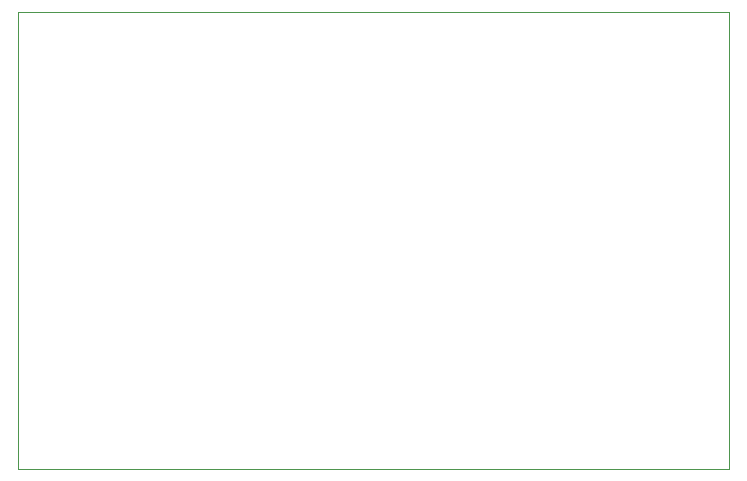
<source format=gbr>
%TF.GenerationSoftware,KiCad,Pcbnew,(5.1.6)-1*%
%TF.CreationDate,2020-12-22T10:56:42-08:00*%
%TF.ProjectId,Digimuser_Board,44696769-6d75-4736-9572-5f426f617264,rev?*%
%TF.SameCoordinates,Original*%
%TF.FileFunction,Profile,NP*%
%FSLAX46Y46*%
G04 Gerber Fmt 4.6, Leading zero omitted, Abs format (unit mm)*
G04 Created by KiCad (PCBNEW (5.1.6)-1) date 2020-12-22 10:56:42*
%MOMM*%
%LPD*%
G01*
G04 APERTURE LIST*
%TA.AperFunction,Profile*%
%ADD10C,0.050000*%
%TD*%
G04 APERTURE END LIST*
D10*
X101600000Y-66675000D02*
X161798000Y-66675000D01*
X161798000Y-101981000D02*
X161798000Y-105410000D01*
X161798000Y-101981000D02*
X161798000Y-66675000D01*
X101600000Y-105410000D02*
X161798000Y-105410000D01*
X101600000Y-105410000D02*
X101600000Y-66675000D01*
M02*

</source>
